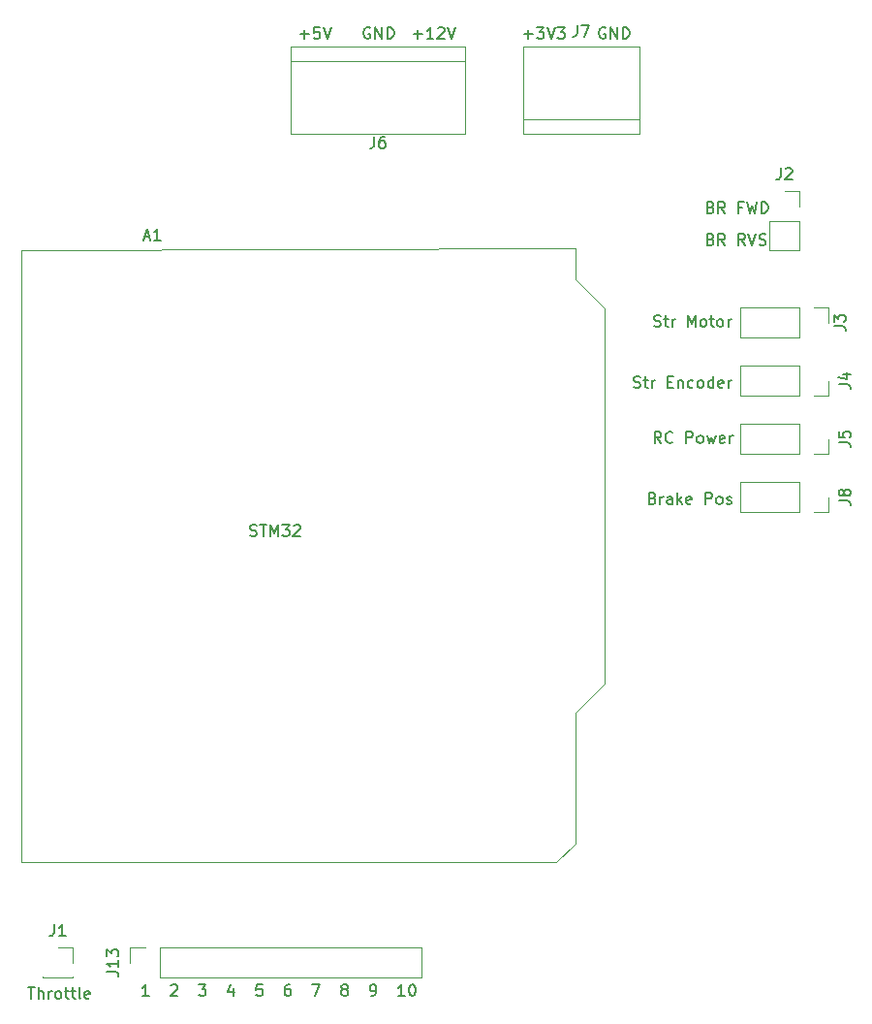
<source format=gbr>
%TF.GenerationSoftware,KiCad,Pcbnew,7.0.7*%
%TF.CreationDate,2023-10-23T09:45:21-04:00*%
%TF.ProjectId,RCKart,52434b61-7274-42e6-9b69-6361645f7063,rev?*%
%TF.SameCoordinates,Original*%
%TF.FileFunction,Legend,Top*%
%TF.FilePolarity,Positive*%
%FSLAX46Y46*%
G04 Gerber Fmt 4.6, Leading zero omitted, Abs format (unit mm)*
G04 Created by KiCad (PCBNEW 7.0.7) date 2023-10-23 09:45:21*
%MOMM*%
%LPD*%
G01*
G04 APERTURE LIST*
%ADD10C,0.150000*%
%ADD11C,0.120000*%
G04 APERTURE END LIST*
D10*
X196758112Y-83928009D02*
X196900969Y-83975628D01*
X196900969Y-83975628D02*
X196948588Y-84023247D01*
X196948588Y-84023247D02*
X196996207Y-84118485D01*
X196996207Y-84118485D02*
X196996207Y-84261342D01*
X196996207Y-84261342D02*
X196948588Y-84356580D01*
X196948588Y-84356580D02*
X196900969Y-84404200D01*
X196900969Y-84404200D02*
X196805731Y-84451819D01*
X196805731Y-84451819D02*
X196424779Y-84451819D01*
X196424779Y-84451819D02*
X196424779Y-83451819D01*
X196424779Y-83451819D02*
X196758112Y-83451819D01*
X196758112Y-83451819D02*
X196853350Y-83499438D01*
X196853350Y-83499438D02*
X196900969Y-83547057D01*
X196900969Y-83547057D02*
X196948588Y-83642295D01*
X196948588Y-83642295D02*
X196948588Y-83737533D01*
X196948588Y-83737533D02*
X196900969Y-83832771D01*
X196900969Y-83832771D02*
X196853350Y-83880390D01*
X196853350Y-83880390D02*
X196758112Y-83928009D01*
X196758112Y-83928009D02*
X196424779Y-83928009D01*
X197424779Y-84451819D02*
X197424779Y-83785152D01*
X197424779Y-83975628D02*
X197472398Y-83880390D01*
X197472398Y-83880390D02*
X197520017Y-83832771D01*
X197520017Y-83832771D02*
X197615255Y-83785152D01*
X197615255Y-83785152D02*
X197710493Y-83785152D01*
X198472398Y-84451819D02*
X198472398Y-83928009D01*
X198472398Y-83928009D02*
X198424779Y-83832771D01*
X198424779Y-83832771D02*
X198329541Y-83785152D01*
X198329541Y-83785152D02*
X198139065Y-83785152D01*
X198139065Y-83785152D02*
X198043827Y-83832771D01*
X198472398Y-84404200D02*
X198377160Y-84451819D01*
X198377160Y-84451819D02*
X198139065Y-84451819D01*
X198139065Y-84451819D02*
X198043827Y-84404200D01*
X198043827Y-84404200D02*
X197996208Y-84308961D01*
X197996208Y-84308961D02*
X197996208Y-84213723D01*
X197996208Y-84213723D02*
X198043827Y-84118485D01*
X198043827Y-84118485D02*
X198139065Y-84070866D01*
X198139065Y-84070866D02*
X198377160Y-84070866D01*
X198377160Y-84070866D02*
X198472398Y-84023247D01*
X198948589Y-84451819D02*
X198948589Y-83451819D01*
X199043827Y-84070866D02*
X199329541Y-84451819D01*
X199329541Y-83785152D02*
X198948589Y-84166104D01*
X200139065Y-84404200D02*
X200043827Y-84451819D01*
X200043827Y-84451819D02*
X199853351Y-84451819D01*
X199853351Y-84451819D02*
X199758113Y-84404200D01*
X199758113Y-84404200D02*
X199710494Y-84308961D01*
X199710494Y-84308961D02*
X199710494Y-83928009D01*
X199710494Y-83928009D02*
X199758113Y-83832771D01*
X199758113Y-83832771D02*
X199853351Y-83785152D01*
X199853351Y-83785152D02*
X200043827Y-83785152D01*
X200043827Y-83785152D02*
X200139065Y-83832771D01*
X200139065Y-83832771D02*
X200186684Y-83928009D01*
X200186684Y-83928009D02*
X200186684Y-84023247D01*
X200186684Y-84023247D02*
X199710494Y-84118485D01*
X201377161Y-84451819D02*
X201377161Y-83451819D01*
X201377161Y-83451819D02*
X201758113Y-83451819D01*
X201758113Y-83451819D02*
X201853351Y-83499438D01*
X201853351Y-83499438D02*
X201900970Y-83547057D01*
X201900970Y-83547057D02*
X201948589Y-83642295D01*
X201948589Y-83642295D02*
X201948589Y-83785152D01*
X201948589Y-83785152D02*
X201900970Y-83880390D01*
X201900970Y-83880390D02*
X201853351Y-83928009D01*
X201853351Y-83928009D02*
X201758113Y-83975628D01*
X201758113Y-83975628D02*
X201377161Y-83975628D01*
X202520018Y-84451819D02*
X202424780Y-84404200D01*
X202424780Y-84404200D02*
X202377161Y-84356580D01*
X202377161Y-84356580D02*
X202329542Y-84261342D01*
X202329542Y-84261342D02*
X202329542Y-83975628D01*
X202329542Y-83975628D02*
X202377161Y-83880390D01*
X202377161Y-83880390D02*
X202424780Y-83832771D01*
X202424780Y-83832771D02*
X202520018Y-83785152D01*
X202520018Y-83785152D02*
X202662875Y-83785152D01*
X202662875Y-83785152D02*
X202758113Y-83832771D01*
X202758113Y-83832771D02*
X202805732Y-83880390D01*
X202805732Y-83880390D02*
X202853351Y-83975628D01*
X202853351Y-83975628D02*
X202853351Y-84261342D01*
X202853351Y-84261342D02*
X202805732Y-84356580D01*
X202805732Y-84356580D02*
X202758113Y-84404200D01*
X202758113Y-84404200D02*
X202662875Y-84451819D01*
X202662875Y-84451819D02*
X202520018Y-84451819D01*
X203234304Y-84404200D02*
X203329542Y-84451819D01*
X203329542Y-84451819D02*
X203520018Y-84451819D01*
X203520018Y-84451819D02*
X203615256Y-84404200D01*
X203615256Y-84404200D02*
X203662875Y-84308961D01*
X203662875Y-84308961D02*
X203662875Y-84261342D01*
X203662875Y-84261342D02*
X203615256Y-84166104D01*
X203615256Y-84166104D02*
X203520018Y-84118485D01*
X203520018Y-84118485D02*
X203377161Y-84118485D01*
X203377161Y-84118485D02*
X203281923Y-84070866D01*
X203281923Y-84070866D02*
X203234304Y-83975628D01*
X203234304Y-83975628D02*
X203234304Y-83928009D01*
X203234304Y-83928009D02*
X203281923Y-83832771D01*
X203281923Y-83832771D02*
X203377161Y-83785152D01*
X203377161Y-83785152D02*
X203520018Y-83785152D01*
X203520018Y-83785152D02*
X203615256Y-83832771D01*
X161579160Y-87198200D02*
X161722017Y-87245819D01*
X161722017Y-87245819D02*
X161960112Y-87245819D01*
X161960112Y-87245819D02*
X162055350Y-87198200D01*
X162055350Y-87198200D02*
X162102969Y-87150580D01*
X162102969Y-87150580D02*
X162150588Y-87055342D01*
X162150588Y-87055342D02*
X162150588Y-86960104D01*
X162150588Y-86960104D02*
X162102969Y-86864866D01*
X162102969Y-86864866D02*
X162055350Y-86817247D01*
X162055350Y-86817247D02*
X161960112Y-86769628D01*
X161960112Y-86769628D02*
X161769636Y-86722009D01*
X161769636Y-86722009D02*
X161674398Y-86674390D01*
X161674398Y-86674390D02*
X161626779Y-86626771D01*
X161626779Y-86626771D02*
X161579160Y-86531533D01*
X161579160Y-86531533D02*
X161579160Y-86436295D01*
X161579160Y-86436295D02*
X161626779Y-86341057D01*
X161626779Y-86341057D02*
X161674398Y-86293438D01*
X161674398Y-86293438D02*
X161769636Y-86245819D01*
X161769636Y-86245819D02*
X162007731Y-86245819D01*
X162007731Y-86245819D02*
X162150588Y-86293438D01*
X162436303Y-86245819D02*
X163007731Y-86245819D01*
X162722017Y-87245819D02*
X162722017Y-86245819D01*
X163341065Y-87245819D02*
X163341065Y-86245819D01*
X163341065Y-86245819D02*
X163674398Y-86960104D01*
X163674398Y-86960104D02*
X164007731Y-86245819D01*
X164007731Y-86245819D02*
X164007731Y-87245819D01*
X164388684Y-86245819D02*
X165007731Y-86245819D01*
X165007731Y-86245819D02*
X164674398Y-86626771D01*
X164674398Y-86626771D02*
X164817255Y-86626771D01*
X164817255Y-86626771D02*
X164912493Y-86674390D01*
X164912493Y-86674390D02*
X164960112Y-86722009D01*
X164960112Y-86722009D02*
X165007731Y-86817247D01*
X165007731Y-86817247D02*
X165007731Y-87055342D01*
X165007731Y-87055342D02*
X164960112Y-87150580D01*
X164960112Y-87150580D02*
X164912493Y-87198200D01*
X164912493Y-87198200D02*
X164817255Y-87245819D01*
X164817255Y-87245819D02*
X164531541Y-87245819D01*
X164531541Y-87245819D02*
X164436303Y-87198200D01*
X164436303Y-87198200D02*
X164388684Y-87150580D01*
X165388684Y-86341057D02*
X165436303Y-86293438D01*
X165436303Y-86293438D02*
X165531541Y-86245819D01*
X165531541Y-86245819D02*
X165769636Y-86245819D01*
X165769636Y-86245819D02*
X165864874Y-86293438D01*
X165864874Y-86293438D02*
X165912493Y-86341057D01*
X165912493Y-86341057D02*
X165960112Y-86436295D01*
X165960112Y-86436295D02*
X165960112Y-86531533D01*
X165960112Y-86531533D02*
X165912493Y-86674390D01*
X165912493Y-86674390D02*
X165341065Y-87245819D01*
X165341065Y-87245819D02*
X165960112Y-87245819D01*
X185502779Y-43430866D02*
X186264684Y-43430866D01*
X185883731Y-43811819D02*
X185883731Y-43049914D01*
X186645636Y-42811819D02*
X187264683Y-42811819D01*
X187264683Y-42811819D02*
X186931350Y-43192771D01*
X186931350Y-43192771D02*
X187074207Y-43192771D01*
X187074207Y-43192771D02*
X187169445Y-43240390D01*
X187169445Y-43240390D02*
X187217064Y-43288009D01*
X187217064Y-43288009D02*
X187264683Y-43383247D01*
X187264683Y-43383247D02*
X187264683Y-43621342D01*
X187264683Y-43621342D02*
X187217064Y-43716580D01*
X187217064Y-43716580D02*
X187169445Y-43764200D01*
X187169445Y-43764200D02*
X187074207Y-43811819D01*
X187074207Y-43811819D02*
X186788493Y-43811819D01*
X186788493Y-43811819D02*
X186693255Y-43764200D01*
X186693255Y-43764200D02*
X186645636Y-43716580D01*
X187550398Y-42811819D02*
X187883731Y-43811819D01*
X187883731Y-43811819D02*
X188217064Y-42811819D01*
X188455160Y-42811819D02*
X189074207Y-42811819D01*
X189074207Y-42811819D02*
X188740874Y-43192771D01*
X188740874Y-43192771D02*
X188883731Y-43192771D01*
X188883731Y-43192771D02*
X188978969Y-43240390D01*
X188978969Y-43240390D02*
X189026588Y-43288009D01*
X189026588Y-43288009D02*
X189074207Y-43383247D01*
X189074207Y-43383247D02*
X189074207Y-43621342D01*
X189074207Y-43621342D02*
X189026588Y-43716580D01*
X189026588Y-43716580D02*
X188978969Y-43764200D01*
X188978969Y-43764200D02*
X188883731Y-43811819D01*
X188883731Y-43811819D02*
X188598017Y-43811819D01*
X188598017Y-43811819D02*
X188502779Y-43764200D01*
X188502779Y-43764200D02*
X188455160Y-43716580D01*
X197504207Y-79117819D02*
X197170874Y-78641628D01*
X196932779Y-79117819D02*
X196932779Y-78117819D01*
X196932779Y-78117819D02*
X197313731Y-78117819D01*
X197313731Y-78117819D02*
X197408969Y-78165438D01*
X197408969Y-78165438D02*
X197456588Y-78213057D01*
X197456588Y-78213057D02*
X197504207Y-78308295D01*
X197504207Y-78308295D02*
X197504207Y-78451152D01*
X197504207Y-78451152D02*
X197456588Y-78546390D01*
X197456588Y-78546390D02*
X197408969Y-78594009D01*
X197408969Y-78594009D02*
X197313731Y-78641628D01*
X197313731Y-78641628D02*
X196932779Y-78641628D01*
X198504207Y-79022580D02*
X198456588Y-79070200D01*
X198456588Y-79070200D02*
X198313731Y-79117819D01*
X198313731Y-79117819D02*
X198218493Y-79117819D01*
X198218493Y-79117819D02*
X198075636Y-79070200D01*
X198075636Y-79070200D02*
X197980398Y-78974961D01*
X197980398Y-78974961D02*
X197932779Y-78879723D01*
X197932779Y-78879723D02*
X197885160Y-78689247D01*
X197885160Y-78689247D02*
X197885160Y-78546390D01*
X197885160Y-78546390D02*
X197932779Y-78355914D01*
X197932779Y-78355914D02*
X197980398Y-78260676D01*
X197980398Y-78260676D02*
X198075636Y-78165438D01*
X198075636Y-78165438D02*
X198218493Y-78117819D01*
X198218493Y-78117819D02*
X198313731Y-78117819D01*
X198313731Y-78117819D02*
X198456588Y-78165438D01*
X198456588Y-78165438D02*
X198504207Y-78213057D01*
X199694684Y-79117819D02*
X199694684Y-78117819D01*
X199694684Y-78117819D02*
X200075636Y-78117819D01*
X200075636Y-78117819D02*
X200170874Y-78165438D01*
X200170874Y-78165438D02*
X200218493Y-78213057D01*
X200218493Y-78213057D02*
X200266112Y-78308295D01*
X200266112Y-78308295D02*
X200266112Y-78451152D01*
X200266112Y-78451152D02*
X200218493Y-78546390D01*
X200218493Y-78546390D02*
X200170874Y-78594009D01*
X200170874Y-78594009D02*
X200075636Y-78641628D01*
X200075636Y-78641628D02*
X199694684Y-78641628D01*
X200837541Y-79117819D02*
X200742303Y-79070200D01*
X200742303Y-79070200D02*
X200694684Y-79022580D01*
X200694684Y-79022580D02*
X200647065Y-78927342D01*
X200647065Y-78927342D02*
X200647065Y-78641628D01*
X200647065Y-78641628D02*
X200694684Y-78546390D01*
X200694684Y-78546390D02*
X200742303Y-78498771D01*
X200742303Y-78498771D02*
X200837541Y-78451152D01*
X200837541Y-78451152D02*
X200980398Y-78451152D01*
X200980398Y-78451152D02*
X201075636Y-78498771D01*
X201075636Y-78498771D02*
X201123255Y-78546390D01*
X201123255Y-78546390D02*
X201170874Y-78641628D01*
X201170874Y-78641628D02*
X201170874Y-78927342D01*
X201170874Y-78927342D02*
X201123255Y-79022580D01*
X201123255Y-79022580D02*
X201075636Y-79070200D01*
X201075636Y-79070200D02*
X200980398Y-79117819D01*
X200980398Y-79117819D02*
X200837541Y-79117819D01*
X201504208Y-78451152D02*
X201694684Y-79117819D01*
X201694684Y-79117819D02*
X201885160Y-78641628D01*
X201885160Y-78641628D02*
X202075636Y-79117819D01*
X202075636Y-79117819D02*
X202266112Y-78451152D01*
X203028017Y-79070200D02*
X202932779Y-79117819D01*
X202932779Y-79117819D02*
X202742303Y-79117819D01*
X202742303Y-79117819D02*
X202647065Y-79070200D01*
X202647065Y-79070200D02*
X202599446Y-78974961D01*
X202599446Y-78974961D02*
X202599446Y-78594009D01*
X202599446Y-78594009D02*
X202647065Y-78498771D01*
X202647065Y-78498771D02*
X202742303Y-78451152D01*
X202742303Y-78451152D02*
X202932779Y-78451152D01*
X202932779Y-78451152D02*
X203028017Y-78498771D01*
X203028017Y-78498771D02*
X203075636Y-78594009D01*
X203075636Y-78594009D02*
X203075636Y-78689247D01*
X203075636Y-78689247D02*
X202599446Y-78784485D01*
X203504208Y-79117819D02*
X203504208Y-78451152D01*
X203504208Y-78641628D02*
X203551827Y-78546390D01*
X203551827Y-78546390D02*
X203599446Y-78498771D01*
X203599446Y-78498771D02*
X203694684Y-78451152D01*
X203694684Y-78451152D02*
X203789922Y-78451152D01*
X142179922Y-126631819D02*
X142751350Y-126631819D01*
X142465636Y-127631819D02*
X142465636Y-126631819D01*
X143084684Y-127631819D02*
X143084684Y-126631819D01*
X143513255Y-127631819D02*
X143513255Y-127108009D01*
X143513255Y-127108009D02*
X143465636Y-127012771D01*
X143465636Y-127012771D02*
X143370398Y-126965152D01*
X143370398Y-126965152D02*
X143227541Y-126965152D01*
X143227541Y-126965152D02*
X143132303Y-127012771D01*
X143132303Y-127012771D02*
X143084684Y-127060390D01*
X143989446Y-127631819D02*
X143989446Y-126965152D01*
X143989446Y-127155628D02*
X144037065Y-127060390D01*
X144037065Y-127060390D02*
X144084684Y-127012771D01*
X144084684Y-127012771D02*
X144179922Y-126965152D01*
X144179922Y-126965152D02*
X144275160Y-126965152D01*
X144751351Y-127631819D02*
X144656113Y-127584200D01*
X144656113Y-127584200D02*
X144608494Y-127536580D01*
X144608494Y-127536580D02*
X144560875Y-127441342D01*
X144560875Y-127441342D02*
X144560875Y-127155628D01*
X144560875Y-127155628D02*
X144608494Y-127060390D01*
X144608494Y-127060390D02*
X144656113Y-127012771D01*
X144656113Y-127012771D02*
X144751351Y-126965152D01*
X144751351Y-126965152D02*
X144894208Y-126965152D01*
X144894208Y-126965152D02*
X144989446Y-127012771D01*
X144989446Y-127012771D02*
X145037065Y-127060390D01*
X145037065Y-127060390D02*
X145084684Y-127155628D01*
X145084684Y-127155628D02*
X145084684Y-127441342D01*
X145084684Y-127441342D02*
X145037065Y-127536580D01*
X145037065Y-127536580D02*
X144989446Y-127584200D01*
X144989446Y-127584200D02*
X144894208Y-127631819D01*
X144894208Y-127631819D02*
X144751351Y-127631819D01*
X145370399Y-126965152D02*
X145751351Y-126965152D01*
X145513256Y-126631819D02*
X145513256Y-127488961D01*
X145513256Y-127488961D02*
X145560875Y-127584200D01*
X145560875Y-127584200D02*
X145656113Y-127631819D01*
X145656113Y-127631819D02*
X145751351Y-127631819D01*
X145941828Y-126965152D02*
X146322780Y-126965152D01*
X146084685Y-126631819D02*
X146084685Y-127488961D01*
X146084685Y-127488961D02*
X146132304Y-127584200D01*
X146132304Y-127584200D02*
X146227542Y-127631819D01*
X146227542Y-127631819D02*
X146322780Y-127631819D01*
X146798971Y-127631819D02*
X146703733Y-127584200D01*
X146703733Y-127584200D02*
X146656114Y-127488961D01*
X146656114Y-127488961D02*
X146656114Y-126631819D01*
X147560876Y-127584200D02*
X147465638Y-127631819D01*
X147465638Y-127631819D02*
X147275162Y-127631819D01*
X147275162Y-127631819D02*
X147179924Y-127584200D01*
X147179924Y-127584200D02*
X147132305Y-127488961D01*
X147132305Y-127488961D02*
X147132305Y-127108009D01*
X147132305Y-127108009D02*
X147179924Y-127012771D01*
X147179924Y-127012771D02*
X147275162Y-126965152D01*
X147275162Y-126965152D02*
X147465638Y-126965152D01*
X147465638Y-126965152D02*
X147560876Y-127012771D01*
X147560876Y-127012771D02*
X147608495Y-127108009D01*
X147608495Y-127108009D02*
X147608495Y-127203247D01*
X147608495Y-127203247D02*
X147132305Y-127298485D01*
X201838112Y-61322009D02*
X201980969Y-61369628D01*
X201980969Y-61369628D02*
X202028588Y-61417247D01*
X202028588Y-61417247D02*
X202076207Y-61512485D01*
X202076207Y-61512485D02*
X202076207Y-61655342D01*
X202076207Y-61655342D02*
X202028588Y-61750580D01*
X202028588Y-61750580D02*
X201980969Y-61798200D01*
X201980969Y-61798200D02*
X201885731Y-61845819D01*
X201885731Y-61845819D02*
X201504779Y-61845819D01*
X201504779Y-61845819D02*
X201504779Y-60845819D01*
X201504779Y-60845819D02*
X201838112Y-60845819D01*
X201838112Y-60845819D02*
X201933350Y-60893438D01*
X201933350Y-60893438D02*
X201980969Y-60941057D01*
X201980969Y-60941057D02*
X202028588Y-61036295D01*
X202028588Y-61036295D02*
X202028588Y-61131533D01*
X202028588Y-61131533D02*
X201980969Y-61226771D01*
X201980969Y-61226771D02*
X201933350Y-61274390D01*
X201933350Y-61274390D02*
X201838112Y-61322009D01*
X201838112Y-61322009D02*
X201504779Y-61322009D01*
X203076207Y-61845819D02*
X202742874Y-61369628D01*
X202504779Y-61845819D02*
X202504779Y-60845819D01*
X202504779Y-60845819D02*
X202885731Y-60845819D01*
X202885731Y-60845819D02*
X202980969Y-60893438D01*
X202980969Y-60893438D02*
X203028588Y-60941057D01*
X203028588Y-60941057D02*
X203076207Y-61036295D01*
X203076207Y-61036295D02*
X203076207Y-61179152D01*
X203076207Y-61179152D02*
X203028588Y-61274390D01*
X203028588Y-61274390D02*
X202980969Y-61322009D01*
X202980969Y-61322009D02*
X202885731Y-61369628D01*
X202885731Y-61369628D02*
X202504779Y-61369628D01*
X204838112Y-61845819D02*
X204504779Y-61369628D01*
X204266684Y-61845819D02*
X204266684Y-60845819D01*
X204266684Y-60845819D02*
X204647636Y-60845819D01*
X204647636Y-60845819D02*
X204742874Y-60893438D01*
X204742874Y-60893438D02*
X204790493Y-60941057D01*
X204790493Y-60941057D02*
X204838112Y-61036295D01*
X204838112Y-61036295D02*
X204838112Y-61179152D01*
X204838112Y-61179152D02*
X204790493Y-61274390D01*
X204790493Y-61274390D02*
X204742874Y-61322009D01*
X204742874Y-61322009D02*
X204647636Y-61369628D01*
X204647636Y-61369628D02*
X204266684Y-61369628D01*
X205123827Y-60845819D02*
X205457160Y-61845819D01*
X205457160Y-61845819D02*
X205790493Y-60845819D01*
X206076208Y-61798200D02*
X206219065Y-61845819D01*
X206219065Y-61845819D02*
X206457160Y-61845819D01*
X206457160Y-61845819D02*
X206552398Y-61798200D01*
X206552398Y-61798200D02*
X206600017Y-61750580D01*
X206600017Y-61750580D02*
X206647636Y-61655342D01*
X206647636Y-61655342D02*
X206647636Y-61560104D01*
X206647636Y-61560104D02*
X206600017Y-61464866D01*
X206600017Y-61464866D02*
X206552398Y-61417247D01*
X206552398Y-61417247D02*
X206457160Y-61369628D01*
X206457160Y-61369628D02*
X206266684Y-61322009D01*
X206266684Y-61322009D02*
X206171446Y-61274390D01*
X206171446Y-61274390D02*
X206123827Y-61226771D01*
X206123827Y-61226771D02*
X206076208Y-61131533D01*
X206076208Y-61131533D02*
X206076208Y-61036295D01*
X206076208Y-61036295D02*
X206123827Y-60941057D01*
X206123827Y-60941057D02*
X206171446Y-60893438D01*
X206171446Y-60893438D02*
X206266684Y-60845819D01*
X206266684Y-60845819D02*
X206504779Y-60845819D01*
X206504779Y-60845819D02*
X206647636Y-60893438D01*
X192630588Y-42859438D02*
X192535350Y-42811819D01*
X192535350Y-42811819D02*
X192392493Y-42811819D01*
X192392493Y-42811819D02*
X192249636Y-42859438D01*
X192249636Y-42859438D02*
X192154398Y-42954676D01*
X192154398Y-42954676D02*
X192106779Y-43049914D01*
X192106779Y-43049914D02*
X192059160Y-43240390D01*
X192059160Y-43240390D02*
X192059160Y-43383247D01*
X192059160Y-43383247D02*
X192106779Y-43573723D01*
X192106779Y-43573723D02*
X192154398Y-43668961D01*
X192154398Y-43668961D02*
X192249636Y-43764200D01*
X192249636Y-43764200D02*
X192392493Y-43811819D01*
X192392493Y-43811819D02*
X192487731Y-43811819D01*
X192487731Y-43811819D02*
X192630588Y-43764200D01*
X192630588Y-43764200D02*
X192678207Y-43716580D01*
X192678207Y-43716580D02*
X192678207Y-43383247D01*
X192678207Y-43383247D02*
X192487731Y-43383247D01*
X193106779Y-43811819D02*
X193106779Y-42811819D01*
X193106779Y-42811819D02*
X193678207Y-43811819D01*
X193678207Y-43811819D02*
X193678207Y-42811819D01*
X194154398Y-43811819D02*
X194154398Y-42811819D01*
X194154398Y-42811819D02*
X194392493Y-42811819D01*
X194392493Y-42811819D02*
X194535350Y-42859438D01*
X194535350Y-42859438D02*
X194630588Y-42954676D01*
X194630588Y-42954676D02*
X194678207Y-43049914D01*
X194678207Y-43049914D02*
X194725826Y-43240390D01*
X194725826Y-43240390D02*
X194725826Y-43383247D01*
X194725826Y-43383247D02*
X194678207Y-43573723D01*
X194678207Y-43573723D02*
X194630588Y-43668961D01*
X194630588Y-43668961D02*
X194535350Y-43764200D01*
X194535350Y-43764200D02*
X194392493Y-43811819D01*
X194392493Y-43811819D02*
X194154398Y-43811819D01*
X172056588Y-42859438D02*
X171961350Y-42811819D01*
X171961350Y-42811819D02*
X171818493Y-42811819D01*
X171818493Y-42811819D02*
X171675636Y-42859438D01*
X171675636Y-42859438D02*
X171580398Y-42954676D01*
X171580398Y-42954676D02*
X171532779Y-43049914D01*
X171532779Y-43049914D02*
X171485160Y-43240390D01*
X171485160Y-43240390D02*
X171485160Y-43383247D01*
X171485160Y-43383247D02*
X171532779Y-43573723D01*
X171532779Y-43573723D02*
X171580398Y-43668961D01*
X171580398Y-43668961D02*
X171675636Y-43764200D01*
X171675636Y-43764200D02*
X171818493Y-43811819D01*
X171818493Y-43811819D02*
X171913731Y-43811819D01*
X171913731Y-43811819D02*
X172056588Y-43764200D01*
X172056588Y-43764200D02*
X172104207Y-43716580D01*
X172104207Y-43716580D02*
X172104207Y-43383247D01*
X172104207Y-43383247D02*
X171913731Y-43383247D01*
X172532779Y-43811819D02*
X172532779Y-42811819D01*
X172532779Y-42811819D02*
X173104207Y-43811819D01*
X173104207Y-43811819D02*
X173104207Y-42811819D01*
X173580398Y-43811819D02*
X173580398Y-42811819D01*
X173580398Y-42811819D02*
X173818493Y-42811819D01*
X173818493Y-42811819D02*
X173961350Y-42859438D01*
X173961350Y-42859438D02*
X174056588Y-42954676D01*
X174056588Y-42954676D02*
X174104207Y-43049914D01*
X174104207Y-43049914D02*
X174151826Y-43240390D01*
X174151826Y-43240390D02*
X174151826Y-43383247D01*
X174151826Y-43383247D02*
X174104207Y-43573723D01*
X174104207Y-43573723D02*
X174056588Y-43668961D01*
X174056588Y-43668961D02*
X173961350Y-43764200D01*
X173961350Y-43764200D02*
X173818493Y-43811819D01*
X173818493Y-43811819D02*
X173580398Y-43811819D01*
X175850779Y-43430866D02*
X176612684Y-43430866D01*
X176231731Y-43811819D02*
X176231731Y-43049914D01*
X177612683Y-43811819D02*
X177041255Y-43811819D01*
X177326969Y-43811819D02*
X177326969Y-42811819D01*
X177326969Y-42811819D02*
X177231731Y-42954676D01*
X177231731Y-42954676D02*
X177136493Y-43049914D01*
X177136493Y-43049914D02*
X177041255Y-43097533D01*
X177993636Y-42907057D02*
X178041255Y-42859438D01*
X178041255Y-42859438D02*
X178136493Y-42811819D01*
X178136493Y-42811819D02*
X178374588Y-42811819D01*
X178374588Y-42811819D02*
X178469826Y-42859438D01*
X178469826Y-42859438D02*
X178517445Y-42907057D01*
X178517445Y-42907057D02*
X178565064Y-43002295D01*
X178565064Y-43002295D02*
X178565064Y-43097533D01*
X178565064Y-43097533D02*
X178517445Y-43240390D01*
X178517445Y-43240390D02*
X177946017Y-43811819D01*
X177946017Y-43811819D02*
X178565064Y-43811819D01*
X178850779Y-42811819D02*
X179184112Y-43811819D01*
X179184112Y-43811819D02*
X179517445Y-42811819D01*
X195107160Y-74244200D02*
X195250017Y-74291819D01*
X195250017Y-74291819D02*
X195488112Y-74291819D01*
X195488112Y-74291819D02*
X195583350Y-74244200D01*
X195583350Y-74244200D02*
X195630969Y-74196580D01*
X195630969Y-74196580D02*
X195678588Y-74101342D01*
X195678588Y-74101342D02*
X195678588Y-74006104D01*
X195678588Y-74006104D02*
X195630969Y-73910866D01*
X195630969Y-73910866D02*
X195583350Y-73863247D01*
X195583350Y-73863247D02*
X195488112Y-73815628D01*
X195488112Y-73815628D02*
X195297636Y-73768009D01*
X195297636Y-73768009D02*
X195202398Y-73720390D01*
X195202398Y-73720390D02*
X195154779Y-73672771D01*
X195154779Y-73672771D02*
X195107160Y-73577533D01*
X195107160Y-73577533D02*
X195107160Y-73482295D01*
X195107160Y-73482295D02*
X195154779Y-73387057D01*
X195154779Y-73387057D02*
X195202398Y-73339438D01*
X195202398Y-73339438D02*
X195297636Y-73291819D01*
X195297636Y-73291819D02*
X195535731Y-73291819D01*
X195535731Y-73291819D02*
X195678588Y-73339438D01*
X195964303Y-73625152D02*
X196345255Y-73625152D01*
X196107160Y-73291819D02*
X196107160Y-74148961D01*
X196107160Y-74148961D02*
X196154779Y-74244200D01*
X196154779Y-74244200D02*
X196250017Y-74291819D01*
X196250017Y-74291819D02*
X196345255Y-74291819D01*
X196678589Y-74291819D02*
X196678589Y-73625152D01*
X196678589Y-73815628D02*
X196726208Y-73720390D01*
X196726208Y-73720390D02*
X196773827Y-73672771D01*
X196773827Y-73672771D02*
X196869065Y-73625152D01*
X196869065Y-73625152D02*
X196964303Y-73625152D01*
X198059542Y-73768009D02*
X198392875Y-73768009D01*
X198535732Y-74291819D02*
X198059542Y-74291819D01*
X198059542Y-74291819D02*
X198059542Y-73291819D01*
X198059542Y-73291819D02*
X198535732Y-73291819D01*
X198964304Y-73625152D02*
X198964304Y-74291819D01*
X198964304Y-73720390D02*
X199011923Y-73672771D01*
X199011923Y-73672771D02*
X199107161Y-73625152D01*
X199107161Y-73625152D02*
X199250018Y-73625152D01*
X199250018Y-73625152D02*
X199345256Y-73672771D01*
X199345256Y-73672771D02*
X199392875Y-73768009D01*
X199392875Y-73768009D02*
X199392875Y-74291819D01*
X200297637Y-74244200D02*
X200202399Y-74291819D01*
X200202399Y-74291819D02*
X200011923Y-74291819D01*
X200011923Y-74291819D02*
X199916685Y-74244200D01*
X199916685Y-74244200D02*
X199869066Y-74196580D01*
X199869066Y-74196580D02*
X199821447Y-74101342D01*
X199821447Y-74101342D02*
X199821447Y-73815628D01*
X199821447Y-73815628D02*
X199869066Y-73720390D01*
X199869066Y-73720390D02*
X199916685Y-73672771D01*
X199916685Y-73672771D02*
X200011923Y-73625152D01*
X200011923Y-73625152D02*
X200202399Y-73625152D01*
X200202399Y-73625152D02*
X200297637Y-73672771D01*
X200869066Y-74291819D02*
X200773828Y-74244200D01*
X200773828Y-74244200D02*
X200726209Y-74196580D01*
X200726209Y-74196580D02*
X200678590Y-74101342D01*
X200678590Y-74101342D02*
X200678590Y-73815628D01*
X200678590Y-73815628D02*
X200726209Y-73720390D01*
X200726209Y-73720390D02*
X200773828Y-73672771D01*
X200773828Y-73672771D02*
X200869066Y-73625152D01*
X200869066Y-73625152D02*
X201011923Y-73625152D01*
X201011923Y-73625152D02*
X201107161Y-73672771D01*
X201107161Y-73672771D02*
X201154780Y-73720390D01*
X201154780Y-73720390D02*
X201202399Y-73815628D01*
X201202399Y-73815628D02*
X201202399Y-74101342D01*
X201202399Y-74101342D02*
X201154780Y-74196580D01*
X201154780Y-74196580D02*
X201107161Y-74244200D01*
X201107161Y-74244200D02*
X201011923Y-74291819D01*
X201011923Y-74291819D02*
X200869066Y-74291819D01*
X202059542Y-74291819D02*
X202059542Y-73291819D01*
X202059542Y-74244200D02*
X201964304Y-74291819D01*
X201964304Y-74291819D02*
X201773828Y-74291819D01*
X201773828Y-74291819D02*
X201678590Y-74244200D01*
X201678590Y-74244200D02*
X201630971Y-74196580D01*
X201630971Y-74196580D02*
X201583352Y-74101342D01*
X201583352Y-74101342D02*
X201583352Y-73815628D01*
X201583352Y-73815628D02*
X201630971Y-73720390D01*
X201630971Y-73720390D02*
X201678590Y-73672771D01*
X201678590Y-73672771D02*
X201773828Y-73625152D01*
X201773828Y-73625152D02*
X201964304Y-73625152D01*
X201964304Y-73625152D02*
X202059542Y-73672771D01*
X202916685Y-74244200D02*
X202821447Y-74291819D01*
X202821447Y-74291819D02*
X202630971Y-74291819D01*
X202630971Y-74291819D02*
X202535733Y-74244200D01*
X202535733Y-74244200D02*
X202488114Y-74148961D01*
X202488114Y-74148961D02*
X202488114Y-73768009D01*
X202488114Y-73768009D02*
X202535733Y-73672771D01*
X202535733Y-73672771D02*
X202630971Y-73625152D01*
X202630971Y-73625152D02*
X202821447Y-73625152D01*
X202821447Y-73625152D02*
X202916685Y-73672771D01*
X202916685Y-73672771D02*
X202964304Y-73768009D01*
X202964304Y-73768009D02*
X202964304Y-73863247D01*
X202964304Y-73863247D02*
X202488114Y-73958485D01*
X203392876Y-74291819D02*
X203392876Y-73625152D01*
X203392876Y-73815628D02*
X203440495Y-73720390D01*
X203440495Y-73720390D02*
X203488114Y-73672771D01*
X203488114Y-73672771D02*
X203583352Y-73625152D01*
X203583352Y-73625152D02*
X203678590Y-73625152D01*
X165944779Y-43430866D02*
X166706684Y-43430866D01*
X166325731Y-43811819D02*
X166325731Y-43049914D01*
X167659064Y-42811819D02*
X167182874Y-42811819D01*
X167182874Y-42811819D02*
X167135255Y-43288009D01*
X167135255Y-43288009D02*
X167182874Y-43240390D01*
X167182874Y-43240390D02*
X167278112Y-43192771D01*
X167278112Y-43192771D02*
X167516207Y-43192771D01*
X167516207Y-43192771D02*
X167611445Y-43240390D01*
X167611445Y-43240390D02*
X167659064Y-43288009D01*
X167659064Y-43288009D02*
X167706683Y-43383247D01*
X167706683Y-43383247D02*
X167706683Y-43621342D01*
X167706683Y-43621342D02*
X167659064Y-43716580D01*
X167659064Y-43716580D02*
X167611445Y-43764200D01*
X167611445Y-43764200D02*
X167516207Y-43811819D01*
X167516207Y-43811819D02*
X167278112Y-43811819D01*
X167278112Y-43811819D02*
X167182874Y-43764200D01*
X167182874Y-43764200D02*
X167135255Y-43716580D01*
X167992398Y-42811819D02*
X168325731Y-43811819D01*
X168325731Y-43811819D02*
X168659064Y-42811819D01*
X196885160Y-68910200D02*
X197028017Y-68957819D01*
X197028017Y-68957819D02*
X197266112Y-68957819D01*
X197266112Y-68957819D02*
X197361350Y-68910200D01*
X197361350Y-68910200D02*
X197408969Y-68862580D01*
X197408969Y-68862580D02*
X197456588Y-68767342D01*
X197456588Y-68767342D02*
X197456588Y-68672104D01*
X197456588Y-68672104D02*
X197408969Y-68576866D01*
X197408969Y-68576866D02*
X197361350Y-68529247D01*
X197361350Y-68529247D02*
X197266112Y-68481628D01*
X197266112Y-68481628D02*
X197075636Y-68434009D01*
X197075636Y-68434009D02*
X196980398Y-68386390D01*
X196980398Y-68386390D02*
X196932779Y-68338771D01*
X196932779Y-68338771D02*
X196885160Y-68243533D01*
X196885160Y-68243533D02*
X196885160Y-68148295D01*
X196885160Y-68148295D02*
X196932779Y-68053057D01*
X196932779Y-68053057D02*
X196980398Y-68005438D01*
X196980398Y-68005438D02*
X197075636Y-67957819D01*
X197075636Y-67957819D02*
X197313731Y-67957819D01*
X197313731Y-67957819D02*
X197456588Y-68005438D01*
X197742303Y-68291152D02*
X198123255Y-68291152D01*
X197885160Y-67957819D02*
X197885160Y-68814961D01*
X197885160Y-68814961D02*
X197932779Y-68910200D01*
X197932779Y-68910200D02*
X198028017Y-68957819D01*
X198028017Y-68957819D02*
X198123255Y-68957819D01*
X198456589Y-68957819D02*
X198456589Y-68291152D01*
X198456589Y-68481628D02*
X198504208Y-68386390D01*
X198504208Y-68386390D02*
X198551827Y-68338771D01*
X198551827Y-68338771D02*
X198647065Y-68291152D01*
X198647065Y-68291152D02*
X198742303Y-68291152D01*
X199837542Y-68957819D02*
X199837542Y-67957819D01*
X199837542Y-67957819D02*
X200170875Y-68672104D01*
X200170875Y-68672104D02*
X200504208Y-67957819D01*
X200504208Y-67957819D02*
X200504208Y-68957819D01*
X201123256Y-68957819D02*
X201028018Y-68910200D01*
X201028018Y-68910200D02*
X200980399Y-68862580D01*
X200980399Y-68862580D02*
X200932780Y-68767342D01*
X200932780Y-68767342D02*
X200932780Y-68481628D01*
X200932780Y-68481628D02*
X200980399Y-68386390D01*
X200980399Y-68386390D02*
X201028018Y-68338771D01*
X201028018Y-68338771D02*
X201123256Y-68291152D01*
X201123256Y-68291152D02*
X201266113Y-68291152D01*
X201266113Y-68291152D02*
X201361351Y-68338771D01*
X201361351Y-68338771D02*
X201408970Y-68386390D01*
X201408970Y-68386390D02*
X201456589Y-68481628D01*
X201456589Y-68481628D02*
X201456589Y-68767342D01*
X201456589Y-68767342D02*
X201408970Y-68862580D01*
X201408970Y-68862580D02*
X201361351Y-68910200D01*
X201361351Y-68910200D02*
X201266113Y-68957819D01*
X201266113Y-68957819D02*
X201123256Y-68957819D01*
X201742304Y-68291152D02*
X202123256Y-68291152D01*
X201885161Y-67957819D02*
X201885161Y-68814961D01*
X201885161Y-68814961D02*
X201932780Y-68910200D01*
X201932780Y-68910200D02*
X202028018Y-68957819D01*
X202028018Y-68957819D02*
X202123256Y-68957819D01*
X202599447Y-68957819D02*
X202504209Y-68910200D01*
X202504209Y-68910200D02*
X202456590Y-68862580D01*
X202456590Y-68862580D02*
X202408971Y-68767342D01*
X202408971Y-68767342D02*
X202408971Y-68481628D01*
X202408971Y-68481628D02*
X202456590Y-68386390D01*
X202456590Y-68386390D02*
X202504209Y-68338771D01*
X202504209Y-68338771D02*
X202599447Y-68291152D01*
X202599447Y-68291152D02*
X202742304Y-68291152D01*
X202742304Y-68291152D02*
X202837542Y-68338771D01*
X202837542Y-68338771D02*
X202885161Y-68386390D01*
X202885161Y-68386390D02*
X202932780Y-68481628D01*
X202932780Y-68481628D02*
X202932780Y-68767342D01*
X202932780Y-68767342D02*
X202885161Y-68862580D01*
X202885161Y-68862580D02*
X202837542Y-68910200D01*
X202837542Y-68910200D02*
X202742304Y-68957819D01*
X202742304Y-68957819D02*
X202599447Y-68957819D01*
X203361352Y-68957819D02*
X203361352Y-68291152D01*
X203361352Y-68481628D02*
X203408971Y-68386390D01*
X203408971Y-68386390D02*
X203456590Y-68338771D01*
X203456590Y-68338771D02*
X203551828Y-68291152D01*
X203551828Y-68291152D02*
X203647066Y-68291152D01*
X201838112Y-58528009D02*
X201980969Y-58575628D01*
X201980969Y-58575628D02*
X202028588Y-58623247D01*
X202028588Y-58623247D02*
X202076207Y-58718485D01*
X202076207Y-58718485D02*
X202076207Y-58861342D01*
X202076207Y-58861342D02*
X202028588Y-58956580D01*
X202028588Y-58956580D02*
X201980969Y-59004200D01*
X201980969Y-59004200D02*
X201885731Y-59051819D01*
X201885731Y-59051819D02*
X201504779Y-59051819D01*
X201504779Y-59051819D02*
X201504779Y-58051819D01*
X201504779Y-58051819D02*
X201838112Y-58051819D01*
X201838112Y-58051819D02*
X201933350Y-58099438D01*
X201933350Y-58099438D02*
X201980969Y-58147057D01*
X201980969Y-58147057D02*
X202028588Y-58242295D01*
X202028588Y-58242295D02*
X202028588Y-58337533D01*
X202028588Y-58337533D02*
X201980969Y-58432771D01*
X201980969Y-58432771D02*
X201933350Y-58480390D01*
X201933350Y-58480390D02*
X201838112Y-58528009D01*
X201838112Y-58528009D02*
X201504779Y-58528009D01*
X203076207Y-59051819D02*
X202742874Y-58575628D01*
X202504779Y-59051819D02*
X202504779Y-58051819D01*
X202504779Y-58051819D02*
X202885731Y-58051819D01*
X202885731Y-58051819D02*
X202980969Y-58099438D01*
X202980969Y-58099438D02*
X203028588Y-58147057D01*
X203028588Y-58147057D02*
X203076207Y-58242295D01*
X203076207Y-58242295D02*
X203076207Y-58385152D01*
X203076207Y-58385152D02*
X203028588Y-58480390D01*
X203028588Y-58480390D02*
X202980969Y-58528009D01*
X202980969Y-58528009D02*
X202885731Y-58575628D01*
X202885731Y-58575628D02*
X202504779Y-58575628D01*
X204600017Y-58528009D02*
X204266684Y-58528009D01*
X204266684Y-59051819D02*
X204266684Y-58051819D01*
X204266684Y-58051819D02*
X204742874Y-58051819D01*
X205028589Y-58051819D02*
X205266684Y-59051819D01*
X205266684Y-59051819D02*
X205457160Y-58337533D01*
X205457160Y-58337533D02*
X205647636Y-59051819D01*
X205647636Y-59051819D02*
X205885732Y-58051819D01*
X206266684Y-59051819D02*
X206266684Y-58051819D01*
X206266684Y-58051819D02*
X206504779Y-58051819D01*
X206504779Y-58051819D02*
X206647636Y-58099438D01*
X206647636Y-58099438D02*
X206742874Y-58194676D01*
X206742874Y-58194676D02*
X206790493Y-58289914D01*
X206790493Y-58289914D02*
X206838112Y-58480390D01*
X206838112Y-58480390D02*
X206838112Y-58623247D01*
X206838112Y-58623247D02*
X206790493Y-58813723D01*
X206790493Y-58813723D02*
X206742874Y-58908961D01*
X206742874Y-58908961D02*
X206647636Y-59004200D01*
X206647636Y-59004200D02*
X206504779Y-59051819D01*
X206504779Y-59051819D02*
X206266684Y-59051819D01*
X152754493Y-127377819D02*
X152181636Y-127377819D01*
X152468064Y-127377819D02*
X152468064Y-126377819D01*
X152468064Y-126377819D02*
X152372588Y-126520676D01*
X152372588Y-126520676D02*
X152277112Y-126615914D01*
X152277112Y-126615914D02*
X152181636Y-126663533D01*
X154664018Y-126473057D02*
X154711756Y-126425438D01*
X154711756Y-126425438D02*
X154807232Y-126377819D01*
X154807232Y-126377819D02*
X155045923Y-126377819D01*
X155045923Y-126377819D02*
X155141399Y-126425438D01*
X155141399Y-126425438D02*
X155189137Y-126473057D01*
X155189137Y-126473057D02*
X155236875Y-126568295D01*
X155236875Y-126568295D02*
X155236875Y-126663533D01*
X155236875Y-126663533D02*
X155189137Y-126806390D01*
X155189137Y-126806390D02*
X154616280Y-127377819D01*
X154616280Y-127377819D02*
X155236875Y-127377819D01*
X157098662Y-126377819D02*
X157719257Y-126377819D01*
X157719257Y-126377819D02*
X157385090Y-126758771D01*
X157385090Y-126758771D02*
X157528305Y-126758771D01*
X157528305Y-126758771D02*
X157623781Y-126806390D01*
X157623781Y-126806390D02*
X157671519Y-126854009D01*
X157671519Y-126854009D02*
X157719257Y-126949247D01*
X157719257Y-126949247D02*
X157719257Y-127187342D01*
X157719257Y-127187342D02*
X157671519Y-127282580D01*
X157671519Y-127282580D02*
X157623781Y-127330200D01*
X157623781Y-127330200D02*
X157528305Y-127377819D01*
X157528305Y-127377819D02*
X157241876Y-127377819D01*
X157241876Y-127377819D02*
X157146400Y-127330200D01*
X157146400Y-127330200D02*
X157098662Y-127282580D01*
X160106163Y-126711152D02*
X160106163Y-127377819D01*
X159867472Y-126330200D02*
X159628782Y-127044485D01*
X159628782Y-127044485D02*
X160249377Y-127044485D01*
X162636283Y-126377819D02*
X162158902Y-126377819D01*
X162158902Y-126377819D02*
X162111164Y-126854009D01*
X162111164Y-126854009D02*
X162158902Y-126806390D01*
X162158902Y-126806390D02*
X162254378Y-126758771D01*
X162254378Y-126758771D02*
X162493069Y-126758771D01*
X162493069Y-126758771D02*
X162588545Y-126806390D01*
X162588545Y-126806390D02*
X162636283Y-126854009D01*
X162636283Y-126854009D02*
X162684021Y-126949247D01*
X162684021Y-126949247D02*
X162684021Y-127187342D01*
X162684021Y-127187342D02*
X162636283Y-127282580D01*
X162636283Y-127282580D02*
X162588545Y-127330200D01*
X162588545Y-127330200D02*
X162493069Y-127377819D01*
X162493069Y-127377819D02*
X162254378Y-127377819D01*
X162254378Y-127377819D02*
X162158902Y-127330200D01*
X162158902Y-127330200D02*
X162111164Y-127282580D01*
X165070927Y-126377819D02*
X164879974Y-126377819D01*
X164879974Y-126377819D02*
X164784498Y-126425438D01*
X164784498Y-126425438D02*
X164736760Y-126473057D01*
X164736760Y-126473057D02*
X164641284Y-126615914D01*
X164641284Y-126615914D02*
X164593546Y-126806390D01*
X164593546Y-126806390D02*
X164593546Y-127187342D01*
X164593546Y-127187342D02*
X164641284Y-127282580D01*
X164641284Y-127282580D02*
X164689022Y-127330200D01*
X164689022Y-127330200D02*
X164784498Y-127377819D01*
X164784498Y-127377819D02*
X164975451Y-127377819D01*
X164975451Y-127377819D02*
X165070927Y-127330200D01*
X165070927Y-127330200D02*
X165118665Y-127282580D01*
X165118665Y-127282580D02*
X165166403Y-127187342D01*
X165166403Y-127187342D02*
X165166403Y-126949247D01*
X165166403Y-126949247D02*
X165118665Y-126854009D01*
X165118665Y-126854009D02*
X165070927Y-126806390D01*
X165070927Y-126806390D02*
X164975451Y-126758771D01*
X164975451Y-126758771D02*
X164784498Y-126758771D01*
X164784498Y-126758771D02*
X164689022Y-126806390D01*
X164689022Y-126806390D02*
X164641284Y-126854009D01*
X164641284Y-126854009D02*
X164593546Y-126949247D01*
X167028190Y-126377819D02*
X167696523Y-126377819D01*
X167696523Y-126377819D02*
X167266880Y-127377819D01*
X169749262Y-126806390D02*
X169653786Y-126758771D01*
X169653786Y-126758771D02*
X169606048Y-126711152D01*
X169606048Y-126711152D02*
X169558310Y-126615914D01*
X169558310Y-126615914D02*
X169558310Y-126568295D01*
X169558310Y-126568295D02*
X169606048Y-126473057D01*
X169606048Y-126473057D02*
X169653786Y-126425438D01*
X169653786Y-126425438D02*
X169749262Y-126377819D01*
X169749262Y-126377819D02*
X169940215Y-126377819D01*
X169940215Y-126377819D02*
X170035691Y-126425438D01*
X170035691Y-126425438D02*
X170083429Y-126473057D01*
X170083429Y-126473057D02*
X170131167Y-126568295D01*
X170131167Y-126568295D02*
X170131167Y-126615914D01*
X170131167Y-126615914D02*
X170083429Y-126711152D01*
X170083429Y-126711152D02*
X170035691Y-126758771D01*
X170035691Y-126758771D02*
X169940215Y-126806390D01*
X169940215Y-126806390D02*
X169749262Y-126806390D01*
X169749262Y-126806390D02*
X169653786Y-126854009D01*
X169653786Y-126854009D02*
X169606048Y-126901628D01*
X169606048Y-126901628D02*
X169558310Y-126996866D01*
X169558310Y-126996866D02*
X169558310Y-127187342D01*
X169558310Y-127187342D02*
X169606048Y-127282580D01*
X169606048Y-127282580D02*
X169653786Y-127330200D01*
X169653786Y-127330200D02*
X169749262Y-127377819D01*
X169749262Y-127377819D02*
X169940215Y-127377819D01*
X169940215Y-127377819D02*
X170035691Y-127330200D01*
X170035691Y-127330200D02*
X170083429Y-127282580D01*
X170083429Y-127282580D02*
X170131167Y-127187342D01*
X170131167Y-127187342D02*
X170131167Y-126996866D01*
X170131167Y-126996866D02*
X170083429Y-126901628D01*
X170083429Y-126901628D02*
X170035691Y-126854009D01*
X170035691Y-126854009D02*
X169940215Y-126806390D01*
X172136168Y-127377819D02*
X172327120Y-127377819D01*
X172327120Y-127377819D02*
X172422597Y-127330200D01*
X172422597Y-127330200D02*
X172470335Y-127282580D01*
X172470335Y-127282580D02*
X172565811Y-127139723D01*
X172565811Y-127139723D02*
X172613549Y-126949247D01*
X172613549Y-126949247D02*
X172613549Y-126568295D01*
X172613549Y-126568295D02*
X172565811Y-126473057D01*
X172565811Y-126473057D02*
X172518073Y-126425438D01*
X172518073Y-126425438D02*
X172422597Y-126377819D01*
X172422597Y-126377819D02*
X172231644Y-126377819D01*
X172231644Y-126377819D02*
X172136168Y-126425438D01*
X172136168Y-126425438D02*
X172088430Y-126473057D01*
X172088430Y-126473057D02*
X172040692Y-126568295D01*
X172040692Y-126568295D02*
X172040692Y-126806390D01*
X172040692Y-126806390D02*
X172088430Y-126901628D01*
X172088430Y-126901628D02*
X172136168Y-126949247D01*
X172136168Y-126949247D02*
X172231644Y-126996866D01*
X172231644Y-126996866D02*
X172422597Y-126996866D01*
X172422597Y-126996866D02*
X172518073Y-126949247D01*
X172518073Y-126949247D02*
X172565811Y-126901628D01*
X172565811Y-126901628D02*
X172613549Y-126806390D01*
X175095931Y-127377819D02*
X174523074Y-127377819D01*
X174809502Y-127377819D02*
X174809502Y-126377819D01*
X174809502Y-126377819D02*
X174714026Y-126520676D01*
X174714026Y-126520676D02*
X174618550Y-126615914D01*
X174618550Y-126615914D02*
X174523074Y-126663533D01*
X175716526Y-126377819D02*
X175812003Y-126377819D01*
X175812003Y-126377819D02*
X175907479Y-126425438D01*
X175907479Y-126425438D02*
X175955217Y-126473057D01*
X175955217Y-126473057D02*
X176002955Y-126568295D01*
X176002955Y-126568295D02*
X176050693Y-126758771D01*
X176050693Y-126758771D02*
X176050693Y-126996866D01*
X176050693Y-126996866D02*
X176002955Y-127187342D01*
X176002955Y-127187342D02*
X175955217Y-127282580D01*
X175955217Y-127282580D02*
X175907479Y-127330200D01*
X175907479Y-127330200D02*
X175812003Y-127377819D01*
X175812003Y-127377819D02*
X175716526Y-127377819D01*
X175716526Y-127377819D02*
X175621050Y-127330200D01*
X175621050Y-127330200D02*
X175573312Y-127282580D01*
X175573312Y-127282580D02*
X175525574Y-127187342D01*
X175525574Y-127187342D02*
X175477836Y-126996866D01*
X175477836Y-126996866D02*
X175477836Y-126758771D01*
X175477836Y-126758771D02*
X175525574Y-126568295D01*
X175525574Y-126568295D02*
X175573312Y-126473057D01*
X175573312Y-126473057D02*
X175621050Y-126425438D01*
X175621050Y-126425438D02*
X175716526Y-126377819D01*
X149084819Y-125269523D02*
X149799104Y-125269523D01*
X149799104Y-125269523D02*
X149941961Y-125317142D01*
X149941961Y-125317142D02*
X150037200Y-125412380D01*
X150037200Y-125412380D02*
X150084819Y-125555237D01*
X150084819Y-125555237D02*
X150084819Y-125650475D01*
X150084819Y-124269523D02*
X150084819Y-124840951D01*
X150084819Y-124555237D02*
X149084819Y-124555237D01*
X149084819Y-124555237D02*
X149227676Y-124650475D01*
X149227676Y-124650475D02*
X149322914Y-124745713D01*
X149322914Y-124745713D02*
X149370533Y-124840951D01*
X149084819Y-123936189D02*
X149084819Y-123317142D01*
X149084819Y-123317142D02*
X149465771Y-123650475D01*
X149465771Y-123650475D02*
X149465771Y-123507618D01*
X149465771Y-123507618D02*
X149513390Y-123412380D01*
X149513390Y-123412380D02*
X149561009Y-123364761D01*
X149561009Y-123364761D02*
X149656247Y-123317142D01*
X149656247Y-123317142D02*
X149894342Y-123317142D01*
X149894342Y-123317142D02*
X149989580Y-123364761D01*
X149989580Y-123364761D02*
X150037200Y-123412380D01*
X150037200Y-123412380D02*
X150084819Y-123507618D01*
X150084819Y-123507618D02*
X150084819Y-123793332D01*
X150084819Y-123793332D02*
X150037200Y-123888570D01*
X150037200Y-123888570D02*
X149989580Y-123936189D01*
X212604819Y-68913333D02*
X213319104Y-68913333D01*
X213319104Y-68913333D02*
X213461961Y-68960952D01*
X213461961Y-68960952D02*
X213557200Y-69056190D01*
X213557200Y-69056190D02*
X213604819Y-69199047D01*
X213604819Y-69199047D02*
X213604819Y-69294285D01*
X212604819Y-68532380D02*
X212604819Y-67913333D01*
X212604819Y-67913333D02*
X212985771Y-68246666D01*
X212985771Y-68246666D02*
X212985771Y-68103809D01*
X212985771Y-68103809D02*
X213033390Y-68008571D01*
X213033390Y-68008571D02*
X213081009Y-67960952D01*
X213081009Y-67960952D02*
X213176247Y-67913333D01*
X213176247Y-67913333D02*
X213414342Y-67913333D01*
X213414342Y-67913333D02*
X213509580Y-67960952D01*
X213509580Y-67960952D02*
X213557200Y-68008571D01*
X213557200Y-68008571D02*
X213604819Y-68103809D01*
X213604819Y-68103809D02*
X213604819Y-68389523D01*
X213604819Y-68389523D02*
X213557200Y-68484761D01*
X213557200Y-68484761D02*
X213509580Y-68532380D01*
X213044819Y-79073333D02*
X213759104Y-79073333D01*
X213759104Y-79073333D02*
X213901961Y-79120952D01*
X213901961Y-79120952D02*
X213997200Y-79216190D01*
X213997200Y-79216190D02*
X214044819Y-79359047D01*
X214044819Y-79359047D02*
X214044819Y-79454285D01*
X213044819Y-78120952D02*
X213044819Y-78597142D01*
X213044819Y-78597142D02*
X213521009Y-78644761D01*
X213521009Y-78644761D02*
X213473390Y-78597142D01*
X213473390Y-78597142D02*
X213425771Y-78501904D01*
X213425771Y-78501904D02*
X213425771Y-78263809D01*
X213425771Y-78263809D02*
X213473390Y-78168571D01*
X213473390Y-78168571D02*
X213521009Y-78120952D01*
X213521009Y-78120952D02*
X213616247Y-78073333D01*
X213616247Y-78073333D02*
X213854342Y-78073333D01*
X213854342Y-78073333D02*
X213949580Y-78120952D01*
X213949580Y-78120952D02*
X213997200Y-78168571D01*
X213997200Y-78168571D02*
X214044819Y-78263809D01*
X214044819Y-78263809D02*
X214044819Y-78501904D01*
X214044819Y-78501904D02*
X213997200Y-78597142D01*
X213997200Y-78597142D02*
X213949580Y-78644761D01*
X213044819Y-84153333D02*
X213759104Y-84153333D01*
X213759104Y-84153333D02*
X213901961Y-84200952D01*
X213901961Y-84200952D02*
X213997200Y-84296190D01*
X213997200Y-84296190D02*
X214044819Y-84439047D01*
X214044819Y-84439047D02*
X214044819Y-84534285D01*
X213473390Y-83534285D02*
X213425771Y-83629523D01*
X213425771Y-83629523D02*
X213378152Y-83677142D01*
X213378152Y-83677142D02*
X213282914Y-83724761D01*
X213282914Y-83724761D02*
X213235295Y-83724761D01*
X213235295Y-83724761D02*
X213140057Y-83677142D01*
X213140057Y-83677142D02*
X213092438Y-83629523D01*
X213092438Y-83629523D02*
X213044819Y-83534285D01*
X213044819Y-83534285D02*
X213044819Y-83343809D01*
X213044819Y-83343809D02*
X213092438Y-83248571D01*
X213092438Y-83248571D02*
X213140057Y-83200952D01*
X213140057Y-83200952D02*
X213235295Y-83153333D01*
X213235295Y-83153333D02*
X213282914Y-83153333D01*
X213282914Y-83153333D02*
X213378152Y-83200952D01*
X213378152Y-83200952D02*
X213425771Y-83248571D01*
X213425771Y-83248571D02*
X213473390Y-83343809D01*
X213473390Y-83343809D02*
X213473390Y-83534285D01*
X213473390Y-83534285D02*
X213521009Y-83629523D01*
X213521009Y-83629523D02*
X213568628Y-83677142D01*
X213568628Y-83677142D02*
X213663866Y-83724761D01*
X213663866Y-83724761D02*
X213854342Y-83724761D01*
X213854342Y-83724761D02*
X213949580Y-83677142D01*
X213949580Y-83677142D02*
X213997200Y-83629523D01*
X213997200Y-83629523D02*
X214044819Y-83534285D01*
X214044819Y-83534285D02*
X214044819Y-83343809D01*
X214044819Y-83343809D02*
X213997200Y-83248571D01*
X213997200Y-83248571D02*
X213949580Y-83200952D01*
X213949580Y-83200952D02*
X213854342Y-83153333D01*
X213854342Y-83153333D02*
X213663866Y-83153333D01*
X213663866Y-83153333D02*
X213568628Y-83200952D01*
X213568628Y-83200952D02*
X213521009Y-83248571D01*
X213521009Y-83248571D02*
X213473390Y-83343809D01*
X207946666Y-55104819D02*
X207946666Y-55819104D01*
X207946666Y-55819104D02*
X207899047Y-55961961D01*
X207899047Y-55961961D02*
X207803809Y-56057200D01*
X207803809Y-56057200D02*
X207660952Y-56104819D01*
X207660952Y-56104819D02*
X207565714Y-56104819D01*
X208375238Y-55200057D02*
X208422857Y-55152438D01*
X208422857Y-55152438D02*
X208518095Y-55104819D01*
X208518095Y-55104819D02*
X208756190Y-55104819D01*
X208756190Y-55104819D02*
X208851428Y-55152438D01*
X208851428Y-55152438D02*
X208899047Y-55200057D01*
X208899047Y-55200057D02*
X208946666Y-55295295D01*
X208946666Y-55295295D02*
X208946666Y-55390533D01*
X208946666Y-55390533D02*
X208899047Y-55533390D01*
X208899047Y-55533390D02*
X208327619Y-56104819D01*
X208327619Y-56104819D02*
X208946666Y-56104819D01*
X190166666Y-42634819D02*
X190166666Y-43349104D01*
X190166666Y-43349104D02*
X190119047Y-43491961D01*
X190119047Y-43491961D02*
X190023809Y-43587200D01*
X190023809Y-43587200D02*
X189880952Y-43634819D01*
X189880952Y-43634819D02*
X189785714Y-43634819D01*
X190547619Y-42634819D02*
X191214285Y-42634819D01*
X191214285Y-42634819D02*
X190785714Y-43634819D01*
X144446666Y-121144819D02*
X144446666Y-121859104D01*
X144446666Y-121859104D02*
X144399047Y-122001961D01*
X144399047Y-122001961D02*
X144303809Y-122097200D01*
X144303809Y-122097200D02*
X144160952Y-122144819D01*
X144160952Y-122144819D02*
X144065714Y-122144819D01*
X145446666Y-122144819D02*
X144875238Y-122144819D01*
X145160952Y-122144819D02*
X145160952Y-121144819D01*
X145160952Y-121144819D02*
X145065714Y-121287676D01*
X145065714Y-121287676D02*
X144970476Y-121382914D01*
X144970476Y-121382914D02*
X144875238Y-121430533D01*
X152320714Y-61129104D02*
X152796904Y-61129104D01*
X152225476Y-61414819D02*
X152558809Y-60414819D01*
X152558809Y-60414819D02*
X152892142Y-61414819D01*
X153749285Y-61414819D02*
X153177857Y-61414819D01*
X153463571Y-61414819D02*
X153463571Y-60414819D01*
X153463571Y-60414819D02*
X153368333Y-60557676D01*
X153368333Y-60557676D02*
X153273095Y-60652914D01*
X153273095Y-60652914D02*
X153177857Y-60700533D01*
X213044819Y-73993333D02*
X213759104Y-73993333D01*
X213759104Y-73993333D02*
X213901961Y-74040952D01*
X213901961Y-74040952D02*
X213997200Y-74136190D01*
X213997200Y-74136190D02*
X214044819Y-74279047D01*
X214044819Y-74279047D02*
X214044819Y-74374285D01*
X213378152Y-73088571D02*
X214044819Y-73088571D01*
X212997200Y-73326666D02*
X213711485Y-73564761D01*
X213711485Y-73564761D02*
X213711485Y-72945714D01*
X172416666Y-52364819D02*
X172416666Y-53079104D01*
X172416666Y-53079104D02*
X172369047Y-53221961D01*
X172369047Y-53221961D02*
X172273809Y-53317200D01*
X172273809Y-53317200D02*
X172130952Y-53364819D01*
X172130952Y-53364819D02*
X172035714Y-53364819D01*
X173321428Y-52364819D02*
X173130952Y-52364819D01*
X173130952Y-52364819D02*
X173035714Y-52412438D01*
X173035714Y-52412438D02*
X172988095Y-52460057D01*
X172988095Y-52460057D02*
X172892857Y-52602914D01*
X172892857Y-52602914D02*
X172845238Y-52793390D01*
X172845238Y-52793390D02*
X172845238Y-53174342D01*
X172845238Y-53174342D02*
X172892857Y-53269580D01*
X172892857Y-53269580D02*
X172940476Y-53317200D01*
X172940476Y-53317200D02*
X173035714Y-53364819D01*
X173035714Y-53364819D02*
X173226190Y-53364819D01*
X173226190Y-53364819D02*
X173321428Y-53317200D01*
X173321428Y-53317200D02*
X173369047Y-53269580D01*
X173369047Y-53269580D02*
X173416666Y-53174342D01*
X173416666Y-53174342D02*
X173416666Y-52936247D01*
X173416666Y-52936247D02*
X173369047Y-52841009D01*
X173369047Y-52841009D02*
X173321428Y-52793390D01*
X173321428Y-52793390D02*
X173226190Y-52745771D01*
X173226190Y-52745771D02*
X173035714Y-52745771D01*
X173035714Y-52745771D02*
X172940476Y-52793390D01*
X172940476Y-52793390D02*
X172892857Y-52841009D01*
X172892857Y-52841009D02*
X172845238Y-52936247D01*
D11*
%TO.C,J13*%
X153670000Y-125790000D02*
X176590000Y-125790000D01*
X153670000Y-125790000D02*
X153670000Y-123130000D01*
X176590000Y-125790000D02*
X176590000Y-123130000D01*
X151070000Y-124460000D02*
X151070000Y-123130000D01*
X151070000Y-123130000D02*
X152400000Y-123130000D01*
X153670000Y-123130000D02*
X176590000Y-123130000D01*
%TO.C,J3*%
X212150000Y-67250000D02*
X212150000Y-68580000D01*
X210820000Y-67250000D02*
X212150000Y-67250000D01*
X209550000Y-67250000D02*
X204410000Y-67250000D01*
X209550000Y-67250000D02*
X209550000Y-69910000D01*
X204410000Y-67250000D02*
X204410000Y-69910000D01*
X209550000Y-69910000D02*
X204410000Y-69910000D01*
%TO.C,J5*%
X209550000Y-77410000D02*
X204410000Y-77410000D01*
X209550000Y-77410000D02*
X209550000Y-80070000D01*
X204410000Y-77410000D02*
X204410000Y-80070000D01*
X212150000Y-78740000D02*
X212150000Y-80070000D01*
X212150000Y-80070000D02*
X210820000Y-80070000D01*
X209550000Y-80070000D02*
X204410000Y-80070000D01*
%TO.C,J8*%
X209550000Y-82490000D02*
X204410000Y-82490000D01*
X209550000Y-82490000D02*
X209550000Y-85150000D01*
X204410000Y-82490000D02*
X204410000Y-85150000D01*
X212150000Y-83820000D02*
X212150000Y-85150000D01*
X212150000Y-85150000D02*
X210820000Y-85150000D01*
X209550000Y-85150000D02*
X204410000Y-85150000D01*
%TO.C,J2*%
X206950000Y-59690000D02*
X206950000Y-62290000D01*
X206950000Y-59690000D02*
X209610000Y-59690000D01*
X206950000Y-62290000D02*
X209610000Y-62290000D01*
X208280000Y-57090000D02*
X209610000Y-57090000D01*
X209610000Y-57090000D02*
X209610000Y-58420000D01*
X209610000Y-59690000D02*
X209610000Y-62290000D01*
%TO.C,J7*%
X185420000Y-44450000D02*
X185420000Y-52070000D01*
X185420000Y-52070000D02*
X195580000Y-52070000D01*
X195580000Y-44450000D02*
X185420000Y-44450000D01*
X195580000Y-50800000D02*
X185420000Y-50800000D01*
X195580000Y-52070000D02*
X195580000Y-44450000D01*
%TO.C,J1*%
X143450000Y-125670000D02*
X143450000Y-125790000D01*
X143450000Y-125790000D02*
X146110000Y-125790000D01*
X144780000Y-123130000D02*
X146110000Y-123130000D01*
X146110000Y-123130000D02*
X146110000Y-124460000D01*
X146110000Y-125670000D02*
X146110000Y-125790000D01*
%TO.C,A1*%
X141605000Y-62230000D02*
X141605000Y-115700000D01*
X141605000Y-115700000D02*
X188345000Y-115700000D01*
X188345000Y-115700000D02*
X189995000Y-114050000D01*
X189995000Y-62100000D02*
X141605000Y-62230000D01*
X189995000Y-64770000D02*
X189995000Y-62100000D01*
X189995000Y-102620000D02*
X192535000Y-100080000D01*
X189995000Y-114050000D02*
X189995000Y-102620000D01*
X192535000Y-67310000D02*
X189995000Y-64770000D01*
X192535000Y-100080000D02*
X192535000Y-67310000D01*
%TO.C,J4*%
X209550000Y-72330000D02*
X204410000Y-72330000D01*
X209550000Y-72330000D02*
X209550000Y-74990000D01*
X204410000Y-72330000D02*
X204410000Y-74990000D01*
X212150000Y-73660000D02*
X212150000Y-74990000D01*
X212150000Y-74990000D02*
X210820000Y-74990000D01*
X209550000Y-74990000D02*
X204410000Y-74990000D01*
%TO.C,J6*%
X180340000Y-52070000D02*
X165100000Y-52070000D01*
X180340000Y-45720000D02*
X165100000Y-45720000D01*
X180340000Y-44450000D02*
X180340000Y-52070000D01*
X180340000Y-44450000D02*
X165100000Y-44450000D01*
X165100000Y-44450000D02*
X165100000Y-52070000D01*
%TD*%
M02*

</source>
